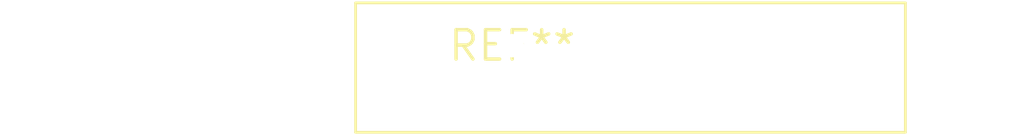
<source format=kicad_pcb>
(kicad_pcb (version 20240108) (generator pcbnew)
  (layers (0 "F.Cu" signal) (31 "B.Cu" signal) (34 "B.Paste" user) (35 "F.Paste" user) (36 "B.SilkS" user "B.Silkscreen") (37 "F.SilkS" user "F.Silkscreen") (38 "B.Mask" user) (39 "F.Mask" user) (44 "Edge.Cuts" user))
  (net 0 "")
  (footprint "Fuse_BelFuse_0ZRE0150FF_L23.4mm_W5.3mm" (layer "F.Cu") (at 0 0)
    (property "Reference" "REF**")
    (property "Value" "Fuse_BelFuse_0ZRE0150FF_L23.4mm_W5.3mm")
    (fp_line (start -6.75 -1.85) (end -6.75 3.75) (layer "F.SilkS") (stroke (width 0.12)))
    (fp_line (start -6.75 -1.85) (end 16.95 -1.85) (layer "F.SilkS") (stroke (width 0.12)))
    (fp_line (start -6.75 3.75) (end 16.95 3.75) (layer "F.SilkS") (stroke (width 0.12)))
    (fp_line (start 16.95 -1.85) (end 16.95 3.75) (layer "F.SilkS") (stroke (width 0.12)))
    (pad "1" thru_hole circle (at 0 0) (size 1.56 1.56) (drill 1.01) (layers *.Cu *.Mask) (remove_unused_layers))
    (pad "2" thru_hole circle (at 10.2 1.9) (size 1.56 1.56) (drill 1.01) (layers *.Cu *.Mask) (remove_unused_layers))
  )
)
</source>
